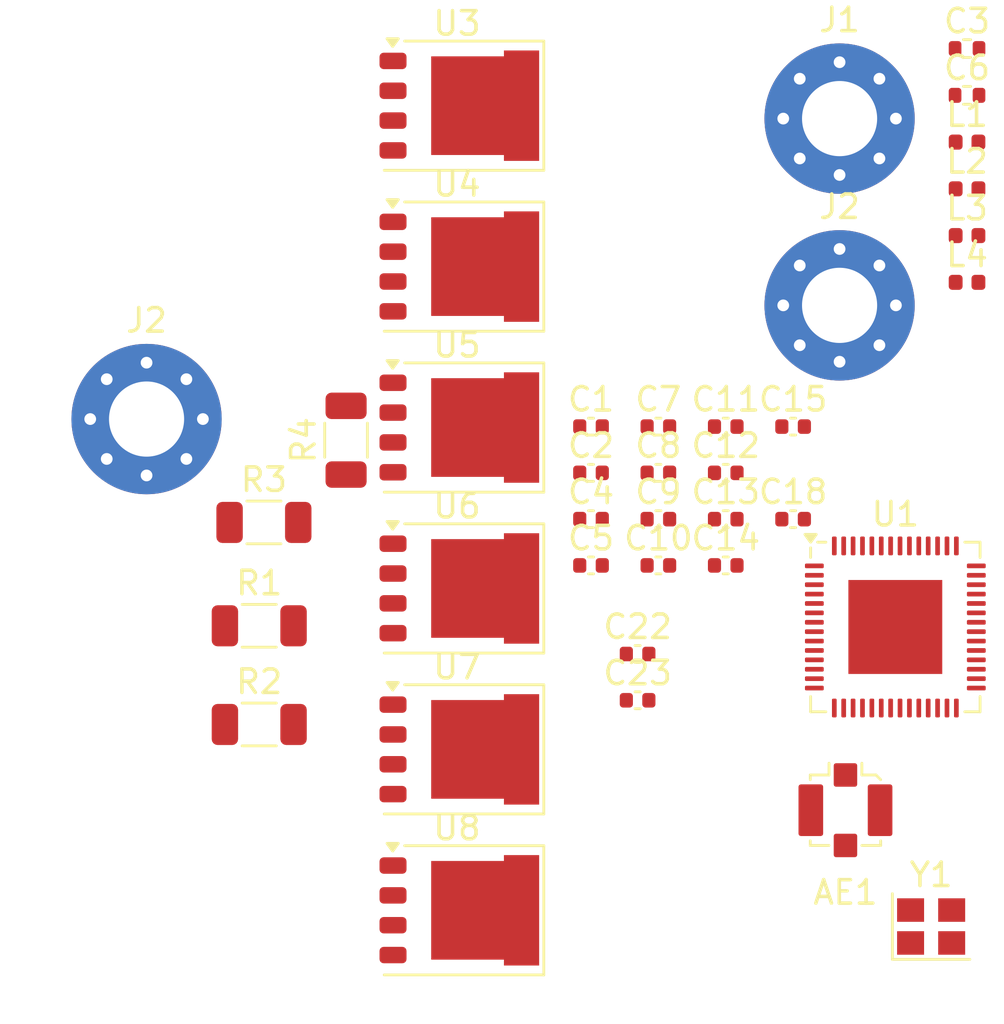
<source format=kicad_pcb>
(kicad_pcb (version 20240108) (generator "pcbnew") (generator_version "8.0")
  (layers (0 "F.Cu" signal) (1 "In1.Cu" power) (2 "In2.Cu" power) (31 "B.Cu" signal) (34 "B.Paste" user) (35 "F.Paste" user) (36 "B.SilkS" user "B.Silkscreen") (37 "F.SilkS" user "F.Silkscreen") (38 "B.Mask" user) (39 "F.Mask" user) (44 "Edge.Cuts" user))
  (net 0 "")
  (net 1 "GND")
  (net 2 "Net-(AE1-A)")
  (net 3 "+3V3")
  (net 4 "Net-(C3-Pad1)")
  (net 5 "Net-(U1-XTAL_N)")
  (net 6 "/VDD3")
  (net 7 "Net-(U1-LNA_IN)")
  (net 8 "Net-(C15-Pad1)")
  (net 11 "VDD")
  (net 12 "Net-(U1-XTAL_P)")
  (net 21 "/IFIG")
  (net 27 "/STP")
  (net 56 "Net-(U4-D)")
  (net 60 "Net-(U6-D)")
  (net 62 "Net-(U8-D)")
  (footprint "Capacitor_SMD:C_0402_1005Metric" (layer "F.Cu") (at 105.975 66.29)
    (property "Reference" "C12" (at 0 -1.16 0) (layer "F.SilkS"))
    (property "Value" "C")
    (fp_line (start -0.107836 -0.36) (end 0.107836 -0.36) (stroke (width 0.12)) (layer "F.SilkS"))
    (fp_line (start -0.107836 0.36) (end 0.107836 0.36) (stroke (width 0.12)) (layer "F.SilkS"))
    (pad "1" smd roundrect (at -0.48 0) (size 0.56 0.62) (layers "F.Cu" "F.Paste" "F.Mask") (net 7 "Net-(U1-LNA_IN)"))
    (pad "2" smd roundrect (at 0.48 0) (size 0.56 0.62) (layers "F.Cu" "F.Paste" "F.Mask") (net 1 "GND"))
  )
  (footprint "Capacitor_SMD:C_0402_1005Metric" (layer "F.Cu") (at 105.975 68.26)
    (property "Reference" "C13" (at 0 -1.16 0) (layer "F.SilkS"))
    (property "Value" "100n")
    (fp_line (start -0.107836 -0.36) (end 0.107836 -0.36) (stroke (width 0.12)) (layer "F.SilkS"))
    (fp_line (start -0.107836 0.36) (end 0.107836 0.36) (stroke (width 0.12)) (layer "F.SilkS"))
    (pad "1" smd roundrect (at -0.48 0) (size 0.56 0.62) (layers "F.Cu" "F.Paste" "F.Mask") (net 3 "+3V3"))
    (pad "2" smd roundrect (at 0.48 0) (size 0.56 0.62) (layers "F.Cu" "F.Paste" "F.Mask") (net 1 "GND"))
  )
  (footprint "Package_DFN_QFN:PQFN-8-EP_6x5mm_P1.27mm_Generic" (layer "F.Cu") (at 94.525 78.06)
    (property "Reference" "U7" (at 0 -3.5 0) (layer "F.SilkS"))
    (property "Value" "TPHR8504PL")
    (fp_line (start -3.1 2.75) (end 3.7 2.75) (stroke (width 0.12)) (layer "F.SilkS"))
    (fp_line (start 3.7 -2.75) (end -2.23 -2.75) (stroke (width 0.12)) (layer "F.SilkS"))
    (fp_line (start 3.7 2.75) (end 3.7 -2.75) (stroke (width 0.12)) (layer "F.SilkS"))
    (fp_poly (pts (xy -2.74 -2.52) (xy -2.98 -2.85) (xy -2.5 -2.85) (xy -2.74 -2.52)) (stroke (width 0.12)) (fill solid) (layer "F.SilkS"))
    (pad "1" smd roundrect (at -2.725 -1.905 90) (size 0.7 1.15) (layers "F.Cu" "F.Paste" "F.Mask") (net 62 "Net-(U8-D)"))
    (pad "2" smd roundrect (at -2.725 -0.635 90) (size 0.7 1.15) (layers "F.Cu" "F.Paste" "F.Mask") (net 62 "Net-(U8-D)"))
    (pad "3" smd roundrect (at -2.725 0.635 90) (size 0.7 1.15) (layers "F.Cu" "F.Paste" "F.Mask") (net 62 "Net-(U8-D)"))
    (pad "4" smd roundrect (at -2.725 1.905 90) (size 0.7 1.15) (layers "F.Cu" "F.Paste" "F.Mask"))
    (pad "5" smd custom (at 0 0 90) (size 4 2) (layers "F.Cu" "F.Mask") (net 11 "VDD") (options (clearance outline) (anchor rect)) (primitives (gr_poly (pts (xy -2.35 3.5) (xy 2.35 3.5) (xy 2.35 2) (xy 2.1 2) (xy 2.1 -1.1) (xy -2.1 -1.1) (xy -2.1 2) (xy -2.35 2)) (width 0) (fill yes))))
  )
  (footprint "Package_DFN_QFN:PQFN-8-EP_6x5mm_P1.27mm_Generic" (layer "F.Cu") (at 94.525 57.51)
    (property "Reference" "U4" (at 0 -3.5 0) (layer "F.SilkS"))
    (property "Value" "TPHR8504PL")
    (fp_line (start -3.1 2.75) (end 3.7 2.75) (stroke (width 0.12)) (layer "F.SilkS"))
    (fp_line (start 3.7 -2.75) (end -2.23 -2.75) (stroke (width 0.12)) (layer "F.SilkS"))
    (fp_line (start 3.7 2.75) (end 3.7 -2.75) (stroke (width 0.12)) (layer "F.SilkS"))
    (fp_poly (pts (xy -2.74 -2.52) (xy -2.98 -2.85) (xy -2.5 -2.85) (xy -2.74 -2.52)) (stroke (width 0.12)) (fill solid) (layer "F.SilkS"))
    (pad "1" smd roundrect (at -2.725 -1.905 90) (size 0.7 1.15) (layers "F.Cu" "F.Paste" "F.Mask") (net 1 "GND"))
    (pad "2" smd roundrect (at -2.725 -0.635 90) (size 0.7 1.15) (layers "F.Cu" "F.Paste" "F.Mask") (net 1 "GND"))
    (pad "3" smd roundrect (at -2.725 0.635 90) (size 0.7 1.15) (layers "F.Cu" "F.Paste" "F.Mask") (net 1 "GND"))
    (pad "4" smd roundrect (at -2.725 1.905 90) (size 0.7 1.15) (layers "F.Cu" "F.Paste" "F.Mask"))
    (pad "5" smd custom (at 0 0 90) (size 4 2) (layers "F.Cu" "F.Mask") (net 56 "Net-(U4-D)") (options (clearance outline) (anchor rect)) (primitives (gr_poly (pts (xy -2.35 3.5) (xy 2.35 3.5) (xy 2.35 2) (xy 2.1 2) (xy 2.1 -1.1) (xy -2.1 -1.1) (xy -2.1 2) (xy -2.35 2)) (width 0) (fill yes))))
  )
  (footprint "Capacitor_SMD:C_0402_1005Metric" (layer "F.Cu") (at 108.845 68.26)
    (property "Reference" "C18" (at 0 -1.16 0) (layer "F.SilkS"))
    (property "Value" "100n")
    (fp_line (start -0.107836 -0.36) (end 0.107836 -0.36) (stroke (width 0.12)) (layer "F.SilkS"))
    (fp_line (start -0.107836 0.36) (end 0.107836 0.36) (stroke (width 0.12)) (layer "F.SilkS"))
    (pad "1" smd roundrect (at -0.48 0) (size 0.56 0.62) (layers "F.Cu" "F.Paste" "F.Mask"))
    (pad "2" smd roundrect (at 0.48 0) (size 0.56 0.62) (layers "F.Cu" "F.Paste" "F.Mask"))
  )
  (footprint "Resistor_SMD:R_0402_1005Metric" (layer "F.Cu") (at 116.255 50.22)
    (property "Reference" "C6" (at 0 -1.17 0) (layer "F.SilkS"))
    (property "Value" "C")
    (fp_line (start -0.153641 -0.38) (end 0.153641 -0.38) (stroke (width 0.12)) (layer "F.SilkS"))
    (fp_line (start -0.153641 0.38) (end 0.153641 0.38) (stroke (width 0.12)) (layer "F.SilkS"))
    (pad "1" smd roundrect (at -0.51 0) (size 0.54 0.64) (layers "F.Cu" "F.Paste" "F.Mask") (net 5 "Net-(U1-XTAL_N)"))
    (pad "2" smd roundrect (at 0.51 0) (size 0.54 0.64) (layers "F.Cu" "F.Paste" "F.Mask") (net 1 "GND"))
  )
  (footprint "Capacitor_SMD:C_0402_1005Metric" (layer "F.Cu") (at 103.105 64.32)
    (property "Reference" "C7" (at 0 -1.16 0) (layer "F.SilkS"))
    (property "Value" "100n")
    (fp_line (start -0.107836 -0.36) (end 0.107836 -0.36) (stroke (width 0.12)) (layer "F.SilkS"))
    (fp_line (start -0.107836 0.36) (end 0.107836 0.36) (stroke (width 0.12)) (layer "F.SilkS"))
    (pad "1" smd roundrect (at -0.48 0) (size 0.56 0.62) (layers "F.Cu" "F.Paste" "F.Mask") (net 3 "+3V3"))
    (pad "2" smd roundrect (at 0.48 0) (size 0.56 0.62) (layers "F.Cu" "F.Paste" "F.Mask") (net 1 "GND"))
  )
  (footprint "Resistor_SMD:R_1206_3216Metric" (layer "F.Cu") (at 86.1 72.8)
    (property "Reference" "R1" (at 0 -1.82 0) (layer "F.SilkS"))
    (property "Value" "1m")
    (fp_line (start -0.727064 -0.91) (end 0.727064 -0.91) (stroke (width 0.12)) (layer "F.SilkS"))
    (fp_line (start -0.727064 0.91) (end 0.727064 0.91) (stroke (width 0.12)) (layer "F.SilkS"))
    (pad "1" smd roundrect (at -1.4625 0) (size 1.125 1.75) (layers "F.Cu" "F.Paste" "F.Mask") (roundrect_rratio 0.222222) (net 56 "Net-(U4-D)"))
    (pad "2" smd roundrect (at 1.4625 0) (size 1.125 1.75) (layers "F.Cu" "F.Paste" "F.Mask") (roundrect_rratio 0.222222))
  )
  (footprint "Package_DFN_QFN:PQFN-8-EP_6x5mm_P1.27mm_Generic" (layer "F.Cu") (at 94.525 50.66)
    (property "Reference" "U3" (at 0 -3.5 0) (layer "F.SilkS"))
    (property "Value" "TPHR8504PL")
    (fp_line (start -3.1 2.75) (end 3.7 2.75) (stroke (width 0.12)) (layer "F.SilkS"))
    (fp_line (start 3.7 -2.75) (end -2.23 -2.75) (stroke (width 0.12)) (layer "F.SilkS"))
    (fp_line (start 3.7 2.75) (end 3.7 -2.75) (stroke (width 0.12)) (layer "F.SilkS"))
    (fp_poly (pts (xy -2.74 -2.52) (xy -2.98 -2.85) (xy -2.5 -2.85) (xy -2.74 -2.52)) (stroke (width 0.12)) (fill solid) (layer "F.SilkS"))
    (pad "1" smd roundrect (at -2.725 -1.905 90) (size 0.7 1.15) (layers "F.Cu" "F.Paste" "F.Mask") (net 56 "Net-(U4-D)"))
    (pad "2" smd roundrect (at -2.725 -0.635 90) (size 0.7 1.15) (layers "F.Cu" "F.Paste" "F.Mask") (net 56 "Net-(U4-D)"))
    (pad "3" smd roundrect (at -2.725 0.635 90) (size 0.7 1.15) (layers "F.Cu" "F.Paste" "F.Mask") (net 56 "Net-(U4-D)"))
    (pad "4" smd roundrect (at -2.725 1.905 90) (size 0.7 1.15) (layers "F.Cu" "F.Paste" "F.Mask"))
    (pad "5" smd custom (at 0 0 90) (size 4 2) (layers "F.Cu" "F.Mask") (net 11 "VDD") (options (clearance outline) (anchor rect)) (primitives (gr_poly (pts (xy -2.35 3.5) (xy 2.35 3.5) (xy 2.35 2) (xy 2.1 2) (xy 2.1 -1.1) (xy -2.1 -1.1) (xy -2.1 2) (xy -2.35 2)) (width 0) (fill yes))))
  )
  (footprint "Capacitor_SMD:C_0402_1005Metric" (layer "F.Cu") (at 103.105 68.26)
    (property "Reference" "C9" (at 0 -1.16 0) (layer "F.SilkS"))
    (property "Value" "100n")
    (fp_line (start -0.107836 -0.36) (end 0.107836 -0.36) (stroke (width 0.12)) (layer "F.SilkS"))
    (fp_line (start -0.107836 0.36) (end 0.107836 0.36) (stroke (width 0.12)) (layer "F.SilkS"))
    (pad "1" smd roundrect (at -0.48 0) (size 0.56 0.62) (layers "F.Cu" "F.Paste" "F.Mask") (net 3 "+3V3"))
    (pad "2" smd roundrect (at 0.48 0) (size 0.56 0.62) (layers "F.Cu" "F.Paste" "F.Mask") (net 1 "GND"))
  )
  (footprint "Capacitor_SMD:C_0402_1005Metric" (layer "F.Cu") (at 103.105 66.29)
    (property "Reference" "C8" (at 0 -1.16 0) (layer "F.SilkS"))
    (property "Value" "100n")
    (fp_line (start -0.107836 -0.36) (end 0.107836 -0.36) (stroke (width 0.12)) (layer "F.SilkS"))
    (fp_line (start -0.107836 0.36) (end 0.107836 0.36) (stroke (width 0.12)) (layer "F.SilkS"))
    (pad "1" smd roundrect (at -0.48 0) (size 0.56 0.62) (layers "F.Cu" "F.Paste" "F.Mask") (net 6 "/VDD3"))
    (pad "2" smd roundrect (at 0.48 0) (size 0.56 0.62) (layers "F.Cu" "F.Paste" "F.Mask") (net 1 "GND"))
  )
  (footprint "Package_DFN_QFN:PQFN-8-EP_6x5mm_P1.27mm_Generic" (layer "F.Cu") (at 94.525 64.36)
    (property "Reference" "U5" (at 0 -3.5 0) (layer "F.SilkS"))
    (property "Value" "TPHR8504PL")
    (fp_line (start -3.1 2.75) (end 3.7 2.75) (stroke (width 0.12)) (layer "F.SilkS"))
    (fp_line (start 3.7 -2.75) (end -2.23 -2.75) (stroke (width 0.12)) (layer "F.SilkS"))
    (fp_line (start 3.7 2.75) (end 3.7 -2.75) (stroke (width 0.12)) (layer "F.SilkS"))
    (fp_poly (pts (xy -2.74 -2.52) (xy -2.98 -2.85) (xy -2.5 -2.85) (xy -2.74 -2.52)) (stroke (width 0.12)) (fill solid) (layer "F.SilkS"))
    (pad "1" smd roundrect (at -2.725 -1.905 90) (size 0.7 1.15) (layers "F.Cu" "F.Paste" "F.Mask") (net 60 "Net-(U6-D)"))
    (pad "2" smd roundrect (at -2.725 -0.635 90) (size 0.7 1.15) (layers "F.Cu" "F.Paste" "F.Mask") (net 60 "Net-(U6-D)"))
    (pad "3" smd roundrect (at -2.725 0.635 90) (size 0.7 1.15) (layers "F.Cu" "F.Paste" "F.Mask") (net 60 "Net-(U6-D)"))
    (pad "4" smd roundrect (at -2.725 1.905 90) (size 0.7 1.15) (layers "F.Cu" "F.Paste" "F.Mask"))
    (pad "5" smd custom (at 0 0 90) (size 4 2) (layers "F.Cu" "F.Mask") (net 11 "VDD") (options (clearance outline) (anchor rect)) (primitives (gr_poly (pts (xy -2.35 3.5) (xy 2.35 3.5) (xy 2.35 2) (xy 2.1 2) (xy 2.1 -1.1) (xy -2.1 -1.1) (xy -2.1 2) (xy -2.35 2)) (width 0) (fill yes))))
  )
  (footprint "Capacitor_SMD:C_0402_1005Metric" (layer "F.Cu") (at 105.975 64.32)
    (property "Reference" "C11" (at 0 -1.16 0) (layer "F.SilkS"))
    (property "Value" "1u")
    (fp_line (start -0.107836 -0.36) (end 0.107836 -0.36) (stroke (width 0.12)) (layer "F.SilkS"))
    (fp_line (start -0.107836 0.36) (end 0.107836 0.36) (stroke (width 0.12)) (layer "F.SilkS"))
    (pad "1" smd roundrect (at -0.48 0) (size 0.56 0.62) (layers "F.Cu" "F.Paste" "F.Mask") (net 3 "+3V3"))
    (pad "2" smd roundrect (at 0.48 0) (size 0.56 0.62) (layers "F.Cu" "F.Paste" "F.Mask") (net 1 "GND"))
  )
  (footprint "Package_DFN_QFN:PQFN-8-EP_6x5mm_P1.27mm_Generic" (layer "F.Cu") (at 94.525 71.21)
    (property "Reference" "U6" (at 0 -3.5 0) (layer "F.SilkS"))
    (property "Value" "TPHR8504PL")
    (fp_line (start -3.1 2.75) (end 3.7 2.75) (stroke (width 0.12)) (layer "F.SilkS"))
    (fp_line (start 3.7 -2.75) (end -2.23 -2.75) (stroke (width 0.12)) (layer "F.SilkS"))
    (fp_line (start 3.7 2.75) (end 3.7 -2.75) (stroke (width 0.12)) (layer "F.SilkS"))
    (fp_poly (pts (xy -2.74 -2.52) (xy -2.98 -2.85) (xy -2.5 -2.85) (xy -2.74 -2.52)) (stroke (width 0.12)) (fill solid) (layer "F.SilkS"))
    (pad "1" smd roundrect (at -2.725 -1.905 90) (size 0.7 1.15) (layers "F.Cu" "F.Paste" "F.Mask") (net 1 "GND"))
    (pad "2" smd roundrect (at -2.725 -0.635 90) (size 0.7 1.15) (layers "F.Cu" "F.Paste" "F.Mask") (net 1 "GND"))
    (pad "3" smd roundrect (at -2.725 0.635 90) (size 0.7 1.15) (layers "F.Cu" "F.Paste" "F.Mask") (net 1 "GND"))
    (pad "4" smd roundrect (at -2.725 1.905 90) (size 0.7 1.15) (layers "F.Cu" "F.Paste" "F.Mask"))
    (pad "5" smd custom (at 0 0 90) (size 4 2) (layers "F.Cu" "F.Mask") (net 60 "Net-(U6-D)") (options (clearance outline) (anchor rect)) (primitives (gr_poly (pts (xy -2.35 3.5) (xy 2.35 3.5) (xy 2.35 2) (xy 2.1 2) (xy 2.1 -1.1) (xy -2.1 -1.1) (xy -2.1 2) (xy -2.35 2)) (width 0) (fill yes))))
  )
  (footprint "Resistor_SMD:R_1206_3216Metric" (layer "F.Cu") (at 86.1 77)
    (property "Reference" "R2" (at 0 -1.82 0) (layer "F.SilkS"))
    (property "Value" "1m")
    (fp_line (start -0.727064 -0.91) (end 0.727064 -0.91) (stroke (width 0.12)) (layer "F.SilkS"))
    (fp_line (start -0.727064 0.91) (end 0.727064 0.91) (stroke (width 0.12)) (layer "F.SilkS"))
    (pad "1" smd roundrect (at -1.4625 0) (size 1.125 1.75) (layers "F.Cu" "F.Paste" "F.Mask") (roundrect_rratio 0.222222))
    (pad "2" smd roundrect (at 1.4625 0) (size 1.125 1.75) (layers "F.Cu" "F.Paste" "F.Mask") (roundrect_rratio 0.222222) (net 56 "Net-(U4-D)"))
  )
  (footprint "MountingHole:MountingHole_3.2mm_M3_Pad_Via" (layer "F.Cu") (at 110.825 59.16)
    (property "Reference" "J2" (at 0 -4.2 0) (layer "F.SilkS"))
    (property "Value" "Conn_01x01_Pin")
    (pad "1" thru_hole circle (at -2.4 0) (size 0.8 0.8) (drill 0.5) (layers "*.Cu" "*.Mask") (net 1 "GND"))
    (pad "1" thru_hole circle (at -1.697056 -1.697056) (size 0.8 0.8) (drill 0.5) (layers "*.Cu" "*.Mask") (net 1 "GND"))
    (pad "1" thru_hole circle (at -1.697056 1.697056) (size 0.8 0.8) (drill 0.5) (layers "*.Cu" "*.Mask") (net 1 "GND"))
    (pad "1" thru_hole circle (at 0 -2.4) (size 0.8 0.8) (drill 0.5) (layers "*.Cu" "*.Mask") (net 1 "GND"))
    (pad "1" thru_hole circle (at 0 0) (size 6.4 6.4) (drill 3.2) (layers "*.Cu" "*.Mask") (net 1 "GND"))
    (pad "1" thru_hole circle (at 0 2.4) (size 0.8 0.8) (drill 0.5) (layers "*.Cu" "*.Mask") (net 1 "GND"))
    (pad "1" thru_hole circle (at 1.697056 -1.697056) (size 0.8 0.8) (drill 0.5) (layers "*.Cu" "*.Mask") (net 1 "GND"))
    (pad "1" thru_hole circle (at 1.697056 1.697056) (size 0.8 0.8) (drill 0.5) (layers "*.Cu" "*.Mask") (net 1 "GND"))
    (pad "1" thru_hole circle (at 2.4 0) (size 0.8 0.8) (drill 0.5) (layers "*.Cu" "*.Mask") (net 1 "GND"))
  )
  (footprint "MountingHole:MountingHole_3.2mm_M3_Pad_Via" (layer "F.Cu") (at 110.825 51.21)
    (property "Reference" "J1" (at 0 -4.2 0) (layer "F.SilkS"))
    (property "Value" "Conn_01x01_Pin")
    (pad "1" thru_hole circle (at -2.4 0) (size 0.8 0.8) (drill 0.5) (layers "*.Cu" "*.Mask") (net 11 "VDD"))
    (pad "1" thru_hole circle (at -1.697056 -1.697056) (size 0.8 0.8) (drill 0.5) (layers "*.Cu" "*.Mask") (net 11 "VDD"))
    (pad "1" thru_hole circle (at -1.697056 1.697056) (size 0.8 0.8) (drill 0.5) (layers "*.Cu" "*.Mask") (net 11 "VDD"))
    (pad "1" thru_hole circle (at 0 -2.4) (size 0.8 0.8) (drill 0.5) (layers "*.Cu" "*.Mask") (net 11 "VDD"))
    (pad "1" thru_hole circle (at 0 0) (size 6.4 6.4) (drill 3.2) (layers "*.Cu" "*.Mask") (net 11 "VDD"))
    (pad "1" thru_hole circle (at 0 2.4) (size 0.8 0.8) (drill 0.5) (layers "*.Cu" "*.Mask") (net 11 "VDD"))
    (pad "1" thru_hole circle (at 1.697056 -1.697056) (size 0.8 0.8) (drill 0.5) (layers "*.Cu" "*.Mask") (net 11 "VDD"))
    (pad "1" thru_hole circle (at 1.697056 1.697056) (size 0.8 0.8) (drill 0.5) (layers "*.Cu" "*.Mask") (net 11 "VDD"))
    (pad "1" thru_hole circle (at 2.4 0) (size 0.8 0.8) (drill 0.5) (layers "*.Cu" "*.Mask") (net 11 "VDD"))
  )
  (footprint "Capacitor_SMD:C_0402_1005Metric" (layer "F.Cu") (at 102.22 75.97)
    (property "Reference" "C23" (at 0 -1.16 0) (layer "F.SilkS"))
    (property "Value" "100n")
    (fp_line (start -0.107836 -0.36) (end 0.107836 -0.36) (stroke (width 0.12)) (layer "F.SilkS"))
    (fp_line (start -0.107836 0.36) (end 0.107836 0.36) (stroke (width 0.12)) (layer "F.SilkS"))
    (pad "1" smd roundrect (at -0.48 0) (size 0.56 0.62) (layers "F.Cu" "F.Paste" "F.Mask"))
    (pad "2" smd roundrect (at 0.48 0) (size 0.56 0.62) (layers "F.Cu" "F.Paste" "F.Mask"))
  )
  (footprint "Resistor_SMD:R_0402_1005Metric" (layer "F.Cu") (at 116.255 48.23)
    (property "Reference" "C3" (at 0 -1.17 0) (layer "F.SilkS"))
    (property "Value" "C")
    (fp_line (start -0.153641 -0.38) (end 0.153641 -0.38) (stroke (width 0.12)) (layer "F.SilkS"))
    (fp_line (start -0.153641 0.38) (end 0.153641 0.38) (stroke (width 0.12)) (layer "F.SilkS"))
    (pad "1" smd roundrect (at -0.51 0) (size 0.54 0.64) (layers "F.Cu" "F.Paste" "F.Mask") (net 4 "Net-(C3-Pad1)"))
    (pad "2" smd roundrect (at 0.51 0) (size 0.54 0.64) (layers "F.Cu" "F.Paste" "F.Mask") (net 1 "GND"))
  )
  (footprint "Capacitor_SMD:C_0402_1005Metric" (layer "F.Cu") (at 103.105 70.23)
    (property "Reference" "C10" (at 0 -1.16 0) (layer "F.SilkS"))
    (property "Value" "100n")
    (fp_line (start -0.107836 -0.36) (end 0.107836 -0.36) (stroke (width 0.12)) (layer "F.SilkS"))
    (fp_line (start -0.107836 0.36) (end 0.107836 0.36) (stroke (width 0.12)) (layer "F.SilkS"))
    (pad "1" smd roundrect (at -0.48 0) (size 0.56 0.62) (layers "F.Cu" "F.Paste" "F.Mask") (net 3 "+3V3"))
    (pad "2" smd roundrect (at 0.48 0) (size 0.56 0.62) (layers "F.Cu" "F.Paste" "F.Mask") (net 1 "GND"))
  )
  (footprint "Resistor_SMD:R_1206_3216Metric" (layer "F.Cu") (at 86.3 68.4)
    (property "Reference" "R3" (at 0 -1.82 0) (layer "F.SilkS"))
    (property "Value" "1m")
    (fp_line (start -0.727064 -0.91) (end 0.727064 -0.91) (stroke (width 0.12)) (layer "F.SilkS"))
    (fp_line (start -0.727064 0.91) (end 0.727064 0.91) (stroke (width 0.12)) (layer "F.SilkS"))
    (pad "1" smd roundrect (at -1.4625 0) (size 1.125 1.75) (layers "F.Cu" "F.Paste" "F.Mask") (roundrect_rratio 0.222222) (net 60 "Net-(U6-D)"))
    (pad "2" smd roundrect (at 1.4625 0) (size 1.125 1.75) (layers "F.Cu" "F.Paste" "F.Mask") (roundrect_rratio 0.222222))
  )
  (footprint "Capacitor_SMD:C_0402_1005Metric" (layer "F.Cu") (at 100.235 64.32)
    (property "Reference" "C1" (at 0 -1.16 0) (layer "F.SilkS"))
    (property "Value" "1u")
    (fp_line (start -0.107836 -0.36) (end 0.107836 -0.36) (stroke (width 0.12)) (layer "F.SilkS"))
    (fp_line (start -0.107836 0.36) (end 0.107836 0.36) (stroke (width 0.12)) (layer "F.SilkS"))
    (pad "1" smd roundrect (at -0.48 0) (size 0.56 0.62) (layers "F.Cu" "F.Paste" "F.Mask") (net 3 "+3V3"))
    (pad "2" smd roundrect (at 0.48 0) (size 0.56 0.62) (layers "F.Cu" "F.Paste" "F.Mask") (net 1 "GND"))
  )
  (footprint "Resistor_SMD:R_1206_3216Metric" (layer "F.Cu") (at 89.8 64.9 90)
    (property "Reference" "R4" (at 0 -1.82 90) (layer "F.SilkS"))
    (property "Value" "1m")
    (fp_line (start -0.727064 -0.91) (end 0.727064 -0.91) (stroke (width 0.12)) (layer "F.SilkS"))
    (fp_line (start -0.727064 0.91) (end 0.727064 0.91) (stroke (width 0.12)) (layer "F.SilkS"))
    (pad "1" smd roundrect (at -1.4625 0 90) (size 1.125 1.75) (layers "F.Cu" "F.Paste" "F.Mask") (roundrect_rratio 0.222222))
    (pad "2" smd roundrect (at 1.4625 0 90) (size 1.125 1.75) (layers "F.Cu" "F.Paste" "F.Mask") (roundrect_rratio 0.222222) (net 60 "Net-(U6-D)"))
  )
  (footprint "Package_DFN_QFN:PQFN-8-EP_6x5mm_P1.27mm_Generic" (layer "F.Cu") (at 94.525 84.91)
    (property "Reference" "U8" (at 0 -3.5 0) (layer "F.SilkS"))
    (property "Value" "TPHR8504PL")
    (fp_line (start -3.1 2.75) (end 3.7 2.75) (stroke (width 0.12)) (layer "F.SilkS"))
    (fp_line (start 3.7 -2.75) (end -2.23 -2.75) (stroke (width 0.12)) (layer "F.SilkS"))
    (fp_line (start 3.7 2.75) (end 3.7 -2.75) (stroke (width 0.12)) (layer "F.SilkS"))
    (fp_poly (pts (xy -2.74 -2.52) (xy -2.98 -2.85) (xy -2.5 -2.85) (xy -2.74 -2.52)) (stroke (width 0.12)) (fill solid) (layer "F.SilkS"))
    (pad "1" smd roundrect (at -2.725 -1.905 90) (size 0.7 1.15) (layers "F.Cu" "F.Paste" "F.Mask") (net 1 "GND"))
    (pad "2" smd roundrect (at -2.725 -0.635 90) (size 0.7 1.15) (layers "F.Cu" "F.Paste" "F.Mask") (net 1 "GND"))
    (pad "3" smd roundrect (at -2.725 0.635 90) (size 0.7 1.15) (layers "F.Cu" "F.Paste" "F.Mask") (net 1 "GND"))
    (pad "4" smd roundrect (at -2.725 1.905 90) (size 0.7 1.15) (layers "F.Cu" "F.Paste" "F.Mask"))
    (pad "5" smd custom (at 0 0 90) (size 4 2) (layers "F.Cu" "F.Mask") (net 62 "Net-(U8-D)") (options (clearance outline) (anchor rect)) (primitives (gr_poly (pts (xy -2.35 3.5) (xy 2.35 3.5) (xy 2.35 2) (xy 2.1 2) (xy 2.1 -1.1) (xy -2.1 -1.1) (xy -2.1 2) (xy -2.35 2)) (width 0) (fill yes))))
  )
  (footprint "Inductor_SMD:L_0402_1005Metric" (layer "F.Cu") (at 116.255 58.18)
    (property "Reference" "L4" (at 0 -1.17 0) (layer "F.SilkS"))
    (property "Value" "L")
    (pad "1" smd roundrect (at -0.485 0) (size 0.59 0.64) (layers "F.Cu" "F.Paste" "F.Mask") (net 2 "Net-(AE1-A)"))
    (pad "2" smd roundrect (at 0.485 0) (size 0.59 0.64) (layers "F.Cu" "F.Paste" "F.Mask") (net 8 "Net-(C15-Pad1)"))
  )
  (footprint "Inductor_SMD:L_0402_1005Metric" (layer "F.Cu") (at 116.255 52.21)
    (property "Reference" "L1" (at 0 -1.17 0) (layer "F.SilkS"))
    (property "Value" "L")
    (pad "1" smd roundrect (at -0.485 0) (size 0.59 0.64) (layers "F.Cu" "F.Paste" "F.Mask") (net 4 "Net-(C3-Pad1)"))
    (pad "2" smd roundrect (at 0.485 0) (size 0.59 0.64) (layers "F.Cu" "F.Paste" "F.Mask") (net 12 "Net-(U1-XTAL_P)"))
  )
  (footprint "Inductor_SMD:L_0402_1005Metric" (layer "F.Cu") (at 116.255 56.19)
    (property "Reference" "L3" (at 0 -1.17 0) (layer "F.SilkS"))
    (property "Value" "L")
    (pad "1" smd roundrect (at -0.485 0) (size 0.59 0.64) (layers "F.Cu" "F.Paste" "F.Mask") (net 7 "Net-(U1-LNA_IN)"))
    (pad "2" smd roundrect (at 0.485 0) (size 0.59 0.64) (layers "F.Cu" "F.Paste" "F.Mask") (net 2 "Net-(AE1-A)"))
  )
  (footprint "Capacitor_SMD:C_0402_1005Metric" (layer "F.Cu") (at 105.975 70.23)
    (property "Reference" "C14" (at 0 -1.16 0) (layer "F.SilkS"))
    (property "Value" "C")
    (fp_line (start -0.107836 -0.36) (end 0.107836 -0.36) (stroke (width 0.12)) (layer "F.SilkS"))
    (fp_line (start -0.107836 0.36) (end 0.107836 0.36) (stroke (width 0.12)) (layer "F.SilkS"))
    (pad "1" smd roundrect (at -0.48 0) (size 0.56 0.62) (layers "F.Cu" "F.Paste" "F.Mask") (net 2 "Net-(AE1-A)"))
    (pad "2" smd roundrect (at 0.48 0) (size 0.56 0.62) (layers "F.Cu" "F.Paste" "F.Mask") (net 1 "GND"))
  )
  (footprint "MountingHole:MountingHole_3.2mm_M3_Pad_Via" (layer "F.Cu") (at 81.3 64)
    (property "Reference" "J2" (at 0 -4.2 0) (layer "F.SilkS"))
    (property "Value" "Conn_01x01_Pin")
    (pad "1" thru_hole circle (at -2.4 0) (size 0.8 0.8) (drill 0.5) (layers "*.Cu" "*.Mask"))
    (pad "1" thru_hole circle (at -1.697056 -1.697056) (size 0.8 0.8) (drill 0.5) (layers "*.Cu" "*.Mask"))
    (pad "1" thru_hole circle (at -1.697056 1.697056) (size 0.8 0.8) (drill 0.5) (layers "*.Cu" "*.Mask"))
    (pad "1" thru_hole circle (at 0 -2.4) (size 0.8 0.8) (drill 0.5) (layers "*.Cu" "*.Mask"))
    (pad "1" thru_hole circle (at 0 0) (size 6.4 6.4) (drill 3.2) (layers "*.Cu" "*.Mask"))
    (pad "1" thru_hole circle (at 0 2.4) (size 0.8 0.8) (drill 0.5) (layers "*.Cu" "*.Mask"))
    (pad "1" thru_hole circle (at 1.697056 -1.697056) (size 0.8 0.8) (drill 0.5) (layers "*.Cu" "*.Mask"))
    (pad "1" thru_hole circle (at 1.697056 1.697056) (size 0.8 0.8) (drill 0.5) (layers "*.Cu" "*.Mask"))
    (pad "1" thru_hole circle (at 2.4 0) (size 0.8 0.8) (drill 0.5) (layers "*.Cu" "*.Mask"))
  )
  (footprint "Crystal:Crystal_SMD_2520-4Pin_2.5x2.0mm" (layer "F.Cu") (at 114.725 85.6)
    (property "Reference" "Y1" (at 0 -2.2 0) (layer "F.SilkS"))
    (property "Value" "40MHz")
    (fp_line (start -1.65 -1.4) (end -1.65 1.4) (stroke (width 0.12)) (layer "F.SilkS"))
    (fp_line (start -1.65 1.4) (end 1.65 1.4) (stroke (width 0.12)) (layer "F.SilkS"))
    (pad "1" smd rect (at -0.875 0.7) (size 1.15 1) (layers "F.Cu" "F.Paste" "F.Mask") (net 4 "Net-(C3-Pad1)"))
    (pad "2" smd rect (at 0.875 0.7) (size 1.15 1) (layers "F.Cu" "F.Paste" "F.Mask") (net 1 "GND"))
    (pad "3" smd rect (at 0.875 -0.7) (size 1.15 1) (layers "F.Cu" "F.Paste" "F.Mask") (net 5 "Net-(U1-XTAL_N)"))
    (pad "4" smd rect (at -0.875 -0.7) (size 1.15 1) (layers "F.Cu" "F.Paste" "F.Mask") (net 1 "GND"))
  )
  (footprint "Capacitor_SMD:C_0402_1005Metric" (layer "F.Cu") (at 100.235 70.23)
    (property "Reference" "C5" (at 0 -1.16 0) (layer "F.SilkS"))
    (property "Value" "10n")
    (fp_line (start -0.107836 -0.36) (end 0.107836 -0.36) (stroke (width 0.12)) (layer "F.SilkS"))
    (fp_line (start -0.107836 0.36) (end 0.107836 0.36) (stroke (width 0.12)) (layer "F.SilkS"))
    (pad "1" smd roundrect (at -0.48 0) (size 0.56 0.62) (layers "F.Cu" "F.Paste" "F.Mask") (net 3 "+3V3"))
    (pad "2" smd roundrect (at 0.48 0) (size 0.56 0.62) (layers "F.Cu" "F.Paste" "F.Mask") (net 1 "GND"))
  )
  (footprint "Capacitor_SMD:C_0402_1005Metric" (layer "F.Cu") (at 100.235 66.29)
    (property "Reference" "C2" (at 0 -1.16 0) (layer "F.SilkS"))
    (property "Value" "10u")
    (fp_line (start -0.107836 -0.36) (end 0.107836 -0.36) (stroke (width 0.12)) (layer "F.SilkS"))
    (fp_line (start -0.107836 0.36) (end 0.107836 0.36) (stroke (width 0.12)) (layer "F.SilkS"))
    (pad "1" smd roundrect (at -0.48 0) (size 0.56 0.62) (layers "F.Cu" "F.Paste" "F.Mask") (net 3 "+3V3"))
    (pad "2" smd roundrect (at 0.48 0) (size 0.56 0.62) (layers "F.Cu" "F.Paste" "F.Mask") (net 1 "GND"))
  )
  (footprint "Inductor_SMD:L_0402_1005Metric" (layer "F.Cu") (at 116.255 54.2)
    (property "Reference" "L2" (at 0 -1.17 0) (layer "F.SilkS"))
    (property "Value" "2nH")
    (pad "1" smd roundrect (at -0.485 0) (size 0.59 0.64) (layers "F.Cu" "F.Paste" "F.Mask") (net 3 "+3V3"))
    (pad "2" smd roundrect (at 0.485 0) (size 0.59 0.64) (layers "F.Cu" "F.Paste" "F.Mask") (net 6 "/VDD3"))
  )
  (footprint "Connector_Coaxial:U.FL_Molex_MCRF_73412-0110_Vertical" (layer "F.Cu") (at 111.075 80.65)
    (property "Reference" "AE1" (at 0 3.5 0) (layer "F.SilkS"))
    (property "Value" "Antenna_Shield")
    (fp_line (start -1.5 -1.5) (end -0.7 -1.5) (stroke (width 0.12)) (layer "F.SilkS"))
    (fp_line (start -1.5 -1.3) (end -1.5 -1.5) (stroke (width 0.12)) (layer "F.SilkS"))
    (fp_line (start -1.5 1.5) (end -1.5 1.3) (stroke (width 0.12)) (layer "F.SilkS"))
    (fp_line (start -0.7 -1.5) (end -0.7 -2) (stroke (width 0.12)) (layer "F.SilkS"))
    (fp_line (start -0.7 1.5) (end -1.5 1.5) (stroke (width 0.12)) (layer "F.SilkS"))
    (fp_line (start 0.7 -1.5) (end 0.7 -2) (stroke (width 0.12)) (layer "F.SilkS"))
    (fp_line (start 0.7 -1.5) (end 1.3 -1.5) (stroke (width 0.12)) (layer "F.SilkS"))
    (fp_line (start 1.3 -1.5) (end 1.5 -1.3) (stroke (width 0.12)) (layer "F.SilkS"))
    (fp_line (start 1.5 1.3) (end 1.5 1.5) (stroke (width 0.12)) (layer "F.SilkS"))
    (fp_line (start 1.5 1.5) (end 0.7 1.5) (stroke (width 0.12)) (layer "F.SilkS"))
    (pad "1" smd roundrect (at 0 1.5 180) (size 1 1) (layers "F.Cu" "F.Paste" "F.Mask") (roundrect_rratio 0.1) (net 2 "Net-(AE1-A)"))
    (pad "2" smd roundrect (at -1.475 0 180) (size 1.05 2.2) (layers "F.Cu" "F.Paste" "F.Mask") (roundrect_rratio 0.1) (net 1 "GND"))
    (pad "2" smd roundrect (at 0 -1.5 180) (size 1 1) (layers "F.Cu" "F.Paste" "F.Mask") (roundrect_rratio 0.1) (net 1 "GND"))
    (pad "2" smd roundrect (at 1.475 0 180) (size 1.05 2.2) (layers "F.Cu" "F.Paste" "F.Mask") (roundrect_rratio 0.1) (net 1 "GND"))
  )
  (footprint "Capacitor_SMD:C_0402_1005Metric" (layer "F.Cu") (at 102.22 74)
    (property "Reference" "C22" (at 0 -1.16 0) (layer "F.SilkS"))
    (property "Value" "100n")
    (fp_line (start -0.107836 -0.36) (end 0.107836 -0.36) (stroke (width 0.12)) (layer "F.SilkS"))
    (fp_line (start -0.107836 0.36) (end 0.107836 0.36) (stroke (width 0.12)) (layer "F.SilkS"))
    (pad "1" smd roundrect (at -0.48 0) (size 0.56 0.62) (layers "F.Cu" "F.Paste" "F.Mask"))
    (pad "2" smd roundrect (at 0.48 0) (size 0.56 0.62) (layers "F.Cu" "F.Paste" "F.Mask"))
  )
  (footprint "Capacitor_SMD:C_0402_1005Metric" (layer "F.Cu") (at 108.845 64.32)
    (property "Reference" "C15" (at 0 -1.16 0) (layer "F.SilkS"))
    (property "Value" "C")
    (fp_line (start -0.107836 -0.36) (end 0.107836 -0.36) (stroke (width 0.12)) (layer "F.SilkS"))
    (fp_line (start -0.107836 0.36) (end 0.107836 0.36) (stroke (width 0.12)) (layer "F.SilkS"))
    (pad "1" smd roundrect (at -0.48 0) (size 0.56 0.62) (layers "F.Cu" "F.Paste" "F.Mask") (net 8 "Net-(C15-Pad1)"))
    (pad "2" smd roundrect (at 0.48 0) (size 0.56 0.62) (layers "F.Cu" "F.Paste" "F.Mask") (net 1 "GND"))
  )
  (footprint "Package_DFN_QFN:QFN-56-1EP_7x7mm_P0.4mm_EP4x4mm" (layer "F.Cu") (at 113.2 72.85)
    (property "Reference" "U1" (at 0 -4.8 0) (layer "F.SilkS"))
    (property "Value" "ESP32-S3")
    (fp_line (start -3.61 -2.96) (end -3.61 -3.37) (stroke (width 0.12)) (layer "F.SilkS"))
    (fp_line (start -3.61 3.61) (end -3.61 2.96) (stroke (width 0.12)) (layer "F.SilkS"))
    (fp_line (start -2.96 -3.61) (end -3.31 -3.61) (stroke (width 0.12)) (layer "F.SilkS"))
    (fp_line (start -2.96 3.61) (end -3.61 3.61) (stroke (width 0.12)) (layer "F.SilkS"))
    (fp_line (start 2.96 -3.61) (end 3.61 -3.61) (stroke (width 0.12)) (layer "F.SilkS"))
    (fp_line (start 2.96 3.61) (end 3.61 3.61) (stroke (width 0.12)) (layer "F.SilkS"))
    (fp_line (start 3.61 -3.61) (end 3.61 -2.96) (stroke (width 0.12)) (layer "F.SilkS"))
    (fp_line (start 3.61 3.61) (end 3.61 2.96) (stroke (width 0.12)) (layer "F.SilkS"))
    (fp_poly (pts (xy -3.61 -3.61) (xy -3.85 -3.94) (xy -3.37 -3.94) (xy -3.61 -3.61)) (stroke (width 0.12)) (fill solid) (layer "F.SilkS"))
    (pad "1" smd roundrect (at -3.45 -2.6) (size 0.8 0.2) (layers "F.Cu" "F.Paste" "F.Mask") (net 7 "Net-(U1-LNA_IN)"))
    (pad "2" smd roundrect (at -3.45 -2.2) (size 0.8 0.2) (layers "F.Cu" "F.Paste" "F.Mask") (net 6 "/VDD3"))
    (pad "3" smd roundrect (at -3.45 -1.8) (size 0.8 0.2) (layers "F.Cu" "F.Paste" "F.Mask") (net 6 "/VDD3"))
    (pad "4" smd roundrect (at -3.45 -1.4) (size 0.8 0.2) (layers "F.Cu" "F.Paste" "F.Mask") (net 3 "+3V3"))
    (pad "5" smd roundrect (at -3.45 -1) (size 0.8 0.2) (layers "F.Cu" "F.Paste" "F.Mask") (net 21 "/IFIG"))
    (pad "6" smd roundrect (at -3.45 -0.6) (size 0.8 0.2) (layers "F.Cu" "F.Paste" "F.Mask"))
    (pad "7" smd roundrect (at -3.45 -0.2) (size 0.8 0.2) (layers "F.Cu" "F.Paste" "F.Mask"))
    (pad "8" smd roundrect (at -3.45 0.2) (size 0.8 0.2) (layers "F.Cu" "F.Paste" "F.Mask") (net 27 "/STP"))
    (pad "9" smd roundrect (at -3.45 0.6) (size 0.8 0.2) (layers "F.Cu" "F.Paste" "F.Mask"))
    (pad "10" smd roundrect (at -3.45 1) (size 0.8 0.2) (layers "F.Cu" "F.Paste" "F.Mask"))
    (pad "11" smd roundrect (at -3.45 1.4) (size 0.8 0.2) (layers "F.Cu" "F.Paste" "F.Mask"))
    (pad "12" smd roundrect (at -3.45 1.8) (size 0.8 0.2) (layers "F.Cu" "F.Paste" "F.Mask"))
    (pad "13" smd roundrect (at -3.45 2.2) (size 0.8 0.2) (layers "F.Cu" "F.Paste" "F.Mask"))
    (pad "14" smd roundrect (at -3.45 2.6) (size 0.8 0.2) (layers "F.Cu" "F.Paste" "F.Mask"))
    (pad "15" smd roundrect (at -2.6 3.45) (size 0.2 0.8) (layers "F.Cu" "F.Paste" "F.Mask"))
    (pad "16" smd roundrect (at -2.2 3.45) (size 0.2 0.8) (layers "F.Cu" "F.Paste" "F.Mask"))
    (pad "17" smd roundrect (at -1.8 3.45) (size 0.2 0.8) (layers "F.Cu" "F.Paste" "F.Mask"))
    (pad "18" smd roundrect (at -1.4 3.45) (size 0.2 0.8) (layers "F.Cu" "F.Paste" "F.Mask"))
    (pad "19" smd roundrect (at -1 3.45) (size 0.2 0.8) (layers "F.Cu" "F.Paste" "F.Mask"))
    (pad "20" smd roundrect (at -0.6 3.45) (size 0.2 0.8) (layers "F.Cu" "F.Paste" "F.Mask") (net 3 "+3V3"))
    (pad "21" smd roundrect (at -0.2 3.45) (size 0.2 0.8) (layers "F.Cu" "F.Paste" "F.Mask"))
    (pad "22" smd roundrect (at 0.2 3.45) (size 0.2 0.8) (layers "F.Cu" "F.Paste" "F.Mask"))
    (pad "23" smd roundrect (at 0.6 3.45) (size 0.2 0.8) (layers "F.Cu" "F.Paste" "F.Mask"))
    (pad "24" smd roundrect (at 1 3.45) (size 0.2 0.8) (layers "F.Cu" "F.Paste" "F.Mask"))
    (pad "25" smd roundrect (at 1.4 3.45) (size 0.2 0.8) (layers "F.Cu" "F.Paste" "F.Mask"))
    (pad "26" smd roundrect (at 1.8 3.45) (size 0.2 0.8) (layers "F.Cu" "F.Paste" "F.Mask"))
    (pad "27" smd roundrect (at 2.2 3.45) (size 0.2 0.8) (layers "F.Cu" "F.Paste" "F.Mask"))
    (pad "28" smd roundrect (at 2.6 3.45) (size 0.2 0.8) (layers "F.Cu" "F.Paste" "F.Mask"))
    (pad "29" smd roundrect (at 3.45 2.6) (size 0.8 0.2) (layers "F.Cu" "F.Paste" "F.Mask") (net 3 "+3V3"))
    (pad "30" smd roundrect (at 3.45 2.2) (size 0.8 0.2) (layers "F.Cu" "F.Paste" "F.Mask"))
    (pad "31" smd roundrect (at 3.45 1.8) (size 0.8 0.2) (layers "F.Cu" "F.Paste" "F.Mask"))
    (pad "32" smd roundrect (at 3.45 1.4) (size 0.8 0.2) (layers "F.Cu" "F.Paste" "F.Mask"))
    (pad "33" smd roundrect (at 3.45 1) (size 0.8 0.2) (layers "F.Cu" "F.Paste" "F.Mask"))
    (pad "34" smd roundrect (at 3.45 0.6) (size 0.8 0.2) (layers "F.Cu" "F.Paste" "F.Mask"))
    (pad "35" smd roundrect (at 3.45 0.2) (size 0.8 0.2) (layers "F.Cu" "F.Paste" "F.Mask"))
    (pad "36" smd roundrect (at 3.45 -0.2) (size 0.8 0.2) (layers "F.Cu" "F.Paste" "F.Mask"))
    (pad "37" smd roundrect (at 3.45 -0.6) (size 0.8 0.2) (layers "F.Cu" "F.Paste" "F.Mask"))
    (pad "38" smd roundrect (at 3.45 -1) (size 0.8 0.2) (layers "F.Cu" "F.Paste" "F.Mask"))
    (pad "39" smd roundrect (at 3.45 -1.4) (size 0.8 0.2) (layers "F.Cu" "F.Paste" "F.Mask"))
    (pad "40" smd roundrect (at 3.45 -1.8) (size 0.8 0.2) (layers "F.Cu" "F.Paste" "F.Mask"))
    (pad "41" smd roundrect (at 3.45 -2.2) (size 0.8 0.2) (layers "F.Cu" "F.Paste" "F.Mask"))
    (pad "42" smd roundrect (at 3.45 -2.6) (size 0.8 0.2) (layers "F.Cu" "F.Paste" "F.Mask"))
    (pad "43" smd roundrect (at 2.6 -3.45) (size 0.2 0.8) (layers "F.Cu" "F.Paste" "F.Mask"))
    (pad "44" smd roundrect (at 2.2 -3.45) (size 0.2 0.8) (layers "F.Cu" "F.Paste" "F.Mask"))
    (pad "45" smd roundrect (at 1.8 -3.45) (size 0.2 0.8) (layers "F.Cu" "F.Paste" "F.Mask"))
    (pad "46" smd roundrect (at 1.4 -3.45) (size 0.2 0.8) (layers "F.Cu" "F.Paste" "F.Mask") (net 3 "+3V3"))
    (pad "47" smd roundrect (at 1 -3.45) (size 0.2 0.8) (layers "F.Cu" "F.Paste" "F.Mask"))
    (pad "48" smd roundrect (at 0.6 -3.45) (size 0.2 0.8) (layers "F.Cu" "F.Paste" "F.Mask"))
    (pad "49" smd roundrect (at 0.2 -3.45) (size 0.2 0.8) (layers "F.Cu" "F.Paste" "F.Mask"))
    (pad "50" smd roundrect (at -0.2 -3.45) (size 0.2 0.8) (layers "F.Cu" "F.Paste" "F.Mask"))
    (pad "51" smd roundrect (at -0.6 -3.45) (size 0.2 0.8) (layers "F.Cu" "F.Paste" "F.Mask") (net 21 "/IFIG"))
    (pad "52" smd roundrect (at -1 -3.45) (size 0.2 0.8) (layers "F.Cu" "F.Paste" "F.Mask") (net 27 "/STP"))
    (pad "53" smd roundrect (at -1.4 -3.45) (size 0.2 0.8) (layers "F.Cu" "F.Paste" "F.Mask") (net 5 "Net-(U1-XTAL_N)"))
    (pad "54" smd roundrect (at -1.8 -3.45) (size 0.2 0.8) (layers "F.Cu" "F.Paste" "F.Mask") (net 12 "Net-(U1-XTAL_P)"))
    (pad "55" smd roundrect (at -2.2 -3.45) (size 0.2 0.8) (layers "F.Cu" "F.Paste" "F.Mask") (net 3 "+3V3"))
    (pad "56" smd roundrect (at -2.6 -3.45) (size 0.2 0.8) (layers "F.Cu" "F.Paste" "F.Mask") (net 3 "+3V3"))
    (pad "57" smd rect (at 0 0) (size 4 4) (property pad_prop_heatsink) (layers "F.Cu" "F.Mask") (net 1 "GND"))
  )
  (footprint "Capacitor_SMD:C_0402_1005Metric" (layer "F.Cu") (at 100.235 68.26)
    (property "Reference" "C4" (at 0 -1.16 0) (layer "F.SilkS"))
    (property "Value" "1u")
    (fp_line (start -0.107836 -0.36) (end 0.107836 -0.36) (stroke (width 0.12)) (layer "F.SilkS"))
    (fp_line (start -0.107836 0.36) (end 0.107836 0.36) (stroke (width 0.12)) (layer "F.SilkS"))
    (pad "1" smd roundrect (at -0.48 0) (size 0.56 0.62) (layers "F.Cu" "F.Paste" "F.Mask") (net 3 "+3V3"))
    (pad "2" smd roundrect (at 0.48 0) (size 0.56 0.62) (layers "F.Cu" "F.Paste" "F.Mask") (net 1 "GND"))
  )
)
</source>
